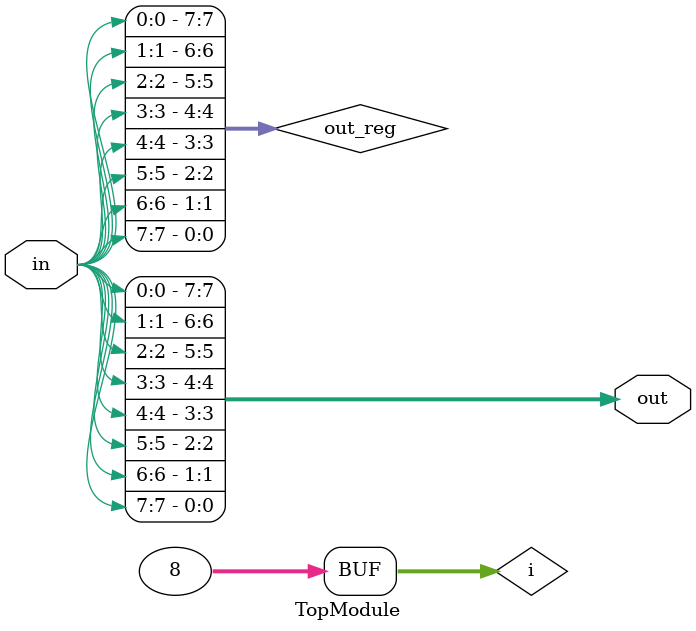
<source format=v>
module TopModule (
  input [7:0] in,
  output [7:0] out
);

  reg [7:0] out_reg;

  integer i;

  always @* begin
    for (i = 0; i < 8; i = i + 1) begin
      out_reg[i] = in[7 - i];
    end
  end

  assign out = out_reg;

endmodule


</source>
